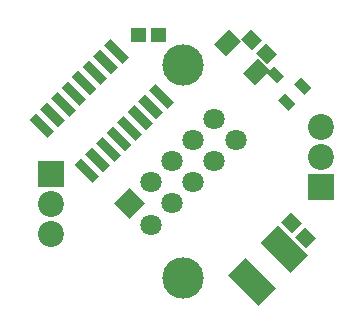
<source format=gbr>
G04 DipTrace 2.4.0.2*
%INBottomMask.gbr*%
%MOIN*%
%ADD25C,0.1378*%
%ADD31C,0.0866*%
%ADD39C,0.0712*%
%FSLAX44Y44*%
G04*
G70*
G90*
G75*
G01*
%LNBotMask*%
%LPD*%
G36*
X13044Y8023D2*
X14046Y7021D1*
X13462Y6436D1*
X12460Y7438D1*
X13044Y8023D1*
G37*
G36*
X11959Y6937D2*
X12961Y5935D1*
X12376Y5350D1*
X11374Y6352D1*
X11959Y6937D1*
G37*
G36*
X7583Y8752D2*
X8087Y9255D1*
X8590Y8752D1*
X8087Y8248D1*
X7583Y8752D1*
G37*
D39*
X8794Y8044D3*
Y9459D3*
X9501Y8752D3*
Y10166D3*
X10208Y9459D3*
Y10873D3*
X10915Y10166D3*
Y11580D3*
X11622Y10873D3*
G36*
X10902Y14056D2*
X11403Y14557D1*
X11807Y14154D1*
X11306Y13653D1*
X10902Y14056D1*
G37*
G36*
X11863Y13096D2*
X12364Y13597D1*
X12768Y13193D1*
X12267Y12692D1*
X11863Y13096D1*
G37*
D25*
X9855Y6268D3*
Y13355D3*
G36*
X14147Y12612D2*
X13911Y12375D1*
X13563Y12723D1*
X13799Y12960D1*
X14147Y12612D1*
G37*
G36*
X13618Y12083D2*
X13382Y11846D1*
X13034Y12194D1*
X13270Y12431D1*
X13618Y12083D1*
G37*
G36*
X13243Y12988D2*
X13006Y12751D1*
X12658Y13099D1*
X12895Y13336D1*
X13243Y12988D1*
G37*
G36*
X9320Y14613D2*
Y14141D1*
X8808D1*
Y14613D1*
X9320D1*
G37*
G36*
X8651D2*
Y14141D1*
X8139D1*
Y14613D1*
X8651D1*
G37*
G36*
X13132Y8118D2*
X13466Y8452D1*
X13828Y8091D1*
X13494Y7756D1*
X13132Y8118D1*
G37*
G36*
X13605Y7645D2*
X13939Y7979D1*
X14301Y7617D1*
X13967Y7283D1*
X13605Y7645D1*
G37*
G36*
X11819Y14244D2*
X12153Y14578D1*
X12515Y14216D1*
X12181Y13882D1*
X11819Y14244D1*
G37*
G36*
X12293Y13771D2*
X12627Y14105D1*
X12989Y13743D1*
X12655Y13409D1*
X12293Y13771D1*
G37*
G36*
X4749Y11550D2*
X4972Y11772D1*
X5584Y11160D1*
X5361Y10937D1*
X4749Y11550D1*
G37*
G36*
X5102Y11903D2*
X5325Y12126D1*
X5938Y11513D1*
X5715Y11291D1*
X5102Y11903D1*
G37*
G36*
X5456Y12257D2*
X5679Y12479D1*
X6291Y11867D1*
X6068Y11644D1*
X5456Y12257D1*
G37*
G36*
X5810Y12610D2*
X6032Y12833D1*
X6645Y12221D1*
X6422Y11998D1*
X5810Y12610D1*
G37*
G36*
X6163Y12964D2*
X6386Y13187D1*
X6998Y12574D1*
X6776Y12351D1*
X6163Y12964D1*
G37*
G36*
X6517Y13317D2*
X6739Y13540D1*
X7352Y12928D1*
X7129Y12705D1*
X6517Y13317D1*
G37*
G36*
X6870Y13671D2*
X7093Y13894D1*
X7705Y13281D1*
X7483Y13058D1*
X6870Y13671D1*
G37*
G36*
X7224Y14024D2*
X7446Y14247D1*
X8059Y13635D1*
X7836Y13412D1*
X7224Y14024D1*
G37*
G36*
X8727Y12521D2*
X8950Y12744D1*
X9562Y12131D1*
X9340Y11909D1*
X8727Y12521D1*
G37*
G36*
X8374Y12168D2*
X8596Y12390D1*
X9209Y11778D1*
X8986Y11555D1*
X8374Y12168D1*
G37*
G36*
X8020Y11814D2*
X8243Y12037D1*
X8855Y11424D1*
X8632Y11202D1*
X8020Y11814D1*
G37*
G36*
X7666Y11461D2*
X7889Y11683D1*
X8502Y11071D1*
X8279Y10848D1*
X7666Y11461D1*
G37*
G36*
X7313Y11107D2*
X7536Y11330D1*
X8148Y10717D1*
X7925Y10494D1*
X7313Y11107D1*
G37*
G36*
X6959Y10753D2*
X7182Y10976D1*
X7794Y10364D1*
X7572Y10141D1*
X6959Y10753D1*
G37*
G36*
X6606Y10400D2*
X6828Y10623D1*
X7441Y10010D1*
X7218Y9787D1*
X6606Y10400D1*
G37*
G36*
X6252Y10046D2*
X6475Y10269D1*
X7087Y9657D1*
X6865Y9434D1*
X6252Y10046D1*
G37*
G36*
X14913Y9725D2*
Y8859D1*
X14047D1*
Y9725D1*
X14913D1*
G37*
D31*
X14480Y10292D3*
Y11292D3*
G36*
X5046Y9296D2*
Y10163D1*
X5912D1*
Y9296D1*
X5046D1*
G37*
D31*
X5479Y8729D3*
Y7730D3*
M02*

</source>
